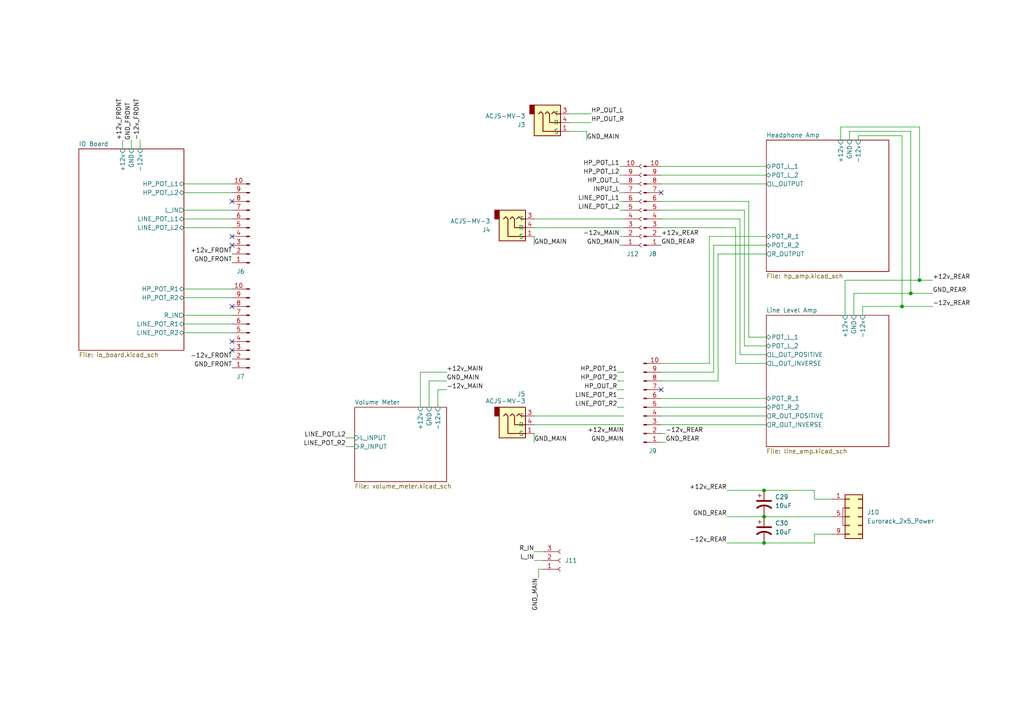
<source format=kicad_sch>
(kicad_sch (version 20230121) (generator eeschema)
  (paper "A4")
  (title_block (title "Output") (date "2024-01-23") (rev "v0.1") (company "Free Modular"))
  (lib_symbols
    (symbol "AudioJack3_1"
      (property "Reference" "J2" (at -7.62 0.635 0))
      (property "Value" "AudioJack3" (at -7.62 -1.905 0))
      (symbol "AudioJack3_1_0_1"
        (rectangle (start -5.08 -5.08) (end -6.35 -2.54) (stroke (width 0.254)) (fill (type outline)))
        (polyline (pts (xy 0 -2.54) (xy 0.635 -3.175) (xy 1.27 -2.54) (xy 2.54 -2.54)) (stroke (width 0.254)))
        (polyline (pts (xy -1.905 -2.54) (xy -1.27 -3.175) (xy -0.635 -2.54) (xy -0.635 0) (xy 2.54 0)) (stroke (width 0.254)))
        (polyline (pts (xy 2.54 2.54) (xy -2.54 2.54) (xy -2.54 -2.54) (xy -3.175 -3.175) (xy -3.81 -2.54)) (stroke (width 0.254)))
        (rectangle (start 2.54 3.81) (end -5.08 -5.08) (stroke (width 0.254)) (fill (type background)))
      )
      (symbol "AudioJack3_1_1_1"
        (pin passive line (at 5.08 2.54 180) (length 2.54) (name "S") (number "1"))
        (pin passive line (at 5.08 -2.54 180) (length 2.54) (name "T") (number "3"))
        (pin passive line (at 5.08 0 180) (length 2.54) (name "R") (number "4"))
      )
    )
    (symbol "Connector:Conn_01x03_Socket" (pin_names (offset 1.016) hide)
      (property "Reference" "J" (at 0 5.08 0))
      (property "Value" "Conn_01x03_Socket" (at 0 -5.08 0))
      (symbol "Conn_01x03_Socket_1_1"
        (arc (start 0 -2.032) (mid -0.5058 -2.54) (end 0 -3.048) (stroke (width 0.1524)))
        (polyline (pts (xy -1.27 -2.54) (xy -0.508 -2.54)) (stroke (width 0.1524)))
        (polyline (pts (xy -1.27 0) (xy -0.508 0)) (stroke (width 0.1524)))
        (polyline (pts (xy -1.27 2.54) (xy -0.508 2.54)) (stroke (width 0.1524)))
        (arc (start 0 0.508) (mid -0.5058 0) (end 0 -0.508) (stroke (width 0.1524)))
        (arc (start 0 3.048) (mid -0.5058 2.54) (end 0 2.032) (stroke (width 0.1524)))
        (pin passive line (at -5.08 2.54 0) (length 3.81) (name "Pin_1") (number "1"))
        (pin passive line (at -5.08 0 0) (length 3.81) (name "Pin_2") (number "2"))
        (pin passive line (at -5.08 -2.54 0) (length 3.81) (name "Pin_3") (number "3"))
      )
    )
    (symbol "Connector:Conn_01x10_Pin" (pin_names (offset 1.016) hide)
      (property "Reference" "J" (at 0 12.7 0))
      (property "Value" "Conn_01x10_Pin" (at 0 -15.24 0))
      (symbol "Conn_01x10_Pin_1_1"
        (polyline (pts (xy 1.27 -12.7) (xy 0.8636 -12.7)) (stroke (width 0.1524)))
        (polyline (pts (xy 1.27 -10.16) (xy 0.8636 -10.16)) (stroke (width 0.1524)))
        (polyline (pts (xy 1.27 -7.62) (xy 0.8636 -7.62)) (stroke (width 0.1524)))
        (polyline (pts (xy 1.27 -5.08) (xy 0.8636 -5.08)) (stroke (width 0.1524)))
        (polyline (pts (xy 1.27 -2.54) (xy 0.8636 -2.54)) (stroke (width 0.1524)))
        (polyline (pts (xy 1.27 0) (xy 0.8636 0)) (stroke (width 0.1524)))
        (polyline (pts (xy 1.27 2.54) (xy 0.8636 2.54)) (stroke (width 0.1524)))
        (polyline (pts (xy 1.27 5.08) (xy 0.8636 5.08)) (stroke (width 0.1524)))
        (polyline (pts (xy 1.27 7.62) (xy 0.8636 7.62)) (stroke (width 0.1524)))
        (polyline (pts (xy 1.27 10.16) (xy 0.8636 10.16)) (stroke (width 0.1524)))
        (rectangle (start 0.8636 -12.573) (end 0 -12.827) (stroke (width 0.1524)) (fill (type outline)))
        (rectangle (start 0.8636 -10.033) (end 0 -10.287) (stroke (width 0.1524)) (fill (type outline)))
        (rectangle (start 0.8636 -7.493) (end 0 -7.747) (stroke (width 0.1524)) (fill (type outline)))
        (rectangle (start 0.8636 -4.953) (end 0 -5.207) (stroke (width 0.1524)) (fill (type outline)))
        (rectangle (start 0.8636 -2.413) (end 0 -2.667) (stroke (width 0.1524)) (fill (type outline)))
        (rectangle (start 0.8636 0.127) (end 0 -0.127) (stroke (width 0.1524)) (fill (type outline)))
        (rectangle (start 0.8636 2.667) (end 0 2.413) (stroke (width 0.1524)) (fill (type outline)))
        (rectangle (start 0.8636 5.207) (end 0 4.953) (stroke (width 0.1524)) (fill (type outline)))
        (rectangle (start 0.8636 7.747) (end 0 7.493) (stroke (width 0.1524)) (fill (type outline)))
        (rectangle (start 0.8636 10.287) (end 0 10.033) (stroke (width 0.1524)) (fill (type outline)))
        (pin passive line (at 5.08 10.16 180) (length 3.81) (name "Pin_1") (number "1"))
        (pin passive line (at 5.08 -12.7 180) (length 3.81) (name "Pin_10") (number "10"))
        (pin passive line (at 5.08 7.62 180) (length 3.81) (name "Pin_2") (number "2"))
        (pin passive line (at 5.08 5.08 180) (length 3.81) (name "Pin_3") (number "3"))
        (pin passive line (at 5.08 2.54 180) (length 3.81) (name "Pin_4") (number "4"))
        (pin passive line (at 5.08 0 180) (length 3.81) (name "Pin_5") (number "5"))
        (pin passive line (at 5.08 -2.54 180) (length 3.81) (name "Pin_6") (number "6"))
        (pin passive line (at 5.08 -5.08 180) (length 3.81) (name "Pin_7") (number "7"))
        (pin passive line (at 5.08 -7.62 180) (length 3.81) (name "Pin_8") (number "8"))
        (pin passive line (at 5.08 -10.16 180) (length 3.81) (name "Pin_9") (number "9"))
      )
    )
    (symbol "Connector:Conn_01x10_Socket" (pin_names (offset 1.016) hide)
      (property "Reference" "J" (at 0 12.7 0))
      (property "Value" "Conn_01x10_Socket" (at 0 -15.24 0))
      (symbol "Conn_01x10_Socket_1_1"
        (arc (start 0 -12.192) (mid -0.5058 -12.7) (end 0 -13.208) (stroke (width 0.1524)))
        (arc (start 0 -9.652) (mid -0.5058 -10.16) (end 0 -10.668) (stroke (width 0.1524)))
        (arc (start 0 -7.112) (mid -0.5058 -7.62) (end 0 -8.128) (stroke (width 0.1524)))
        (arc (start 0 -4.572) (mid -0.5058 -5.08) (end 0 -5.588) (stroke (width 0.1524)))
        (arc (start 0 -2.032) (mid -0.5058 -2.54) (end 0 -3.048) (stroke (width 0.1524)))
        (polyline (pts (xy -1.27 -12.7) (xy -0.508 -12.7)) (stroke (width 0.1524)))
        (polyline (pts (xy -1.27 -10.16) (xy -0.508 -10.16)) (stroke (width 0.1524)))
        (polyline (pts (xy -1.27 -7.62) (xy -0.508 -7.62)) (stroke (width 0.1524)))
        (polyline (pts (xy -1.27 -5.08) (xy -0.508 -5.08)) (stroke (width 0.1524)))
        (polyline (pts (xy -1.27 -2.54) (xy -0.508 -2.54)) (stroke (width 0.1524)))
        (polyline (pts (xy -1.27 0) (xy -0.508 0)) (stroke (width 0.1524)))
        (polyline (pts (xy -1.27 2.54) (xy -0.508 2.54)) (stroke (width 0.1524)))
        (polyline (pts (xy -1.27 5.08) (xy -0.508 5.08)) (stroke (width 0.1524)))
        (polyline (pts (xy -1.27 7.62) (xy -0.508 7.62)) (stroke (width 0.1524)))
        (polyline (pts (xy -1.27 10.16) (xy -0.508 10.16)) (stroke (width 0.1524)))
        (arc (start 0 0.508) (mid -0.5058 0) (end 0 -0.508) (stroke (width 0.1524)))
        (arc (start 0 3.048) (mid -0.5058 2.54) (end 0 2.032) (stroke (width 0.1524)))
        (arc (start 0 5.588) (mid -0.5058 5.08) (end 0 4.572) (stroke (width 0.1524)))
        (arc (start 0 8.128) (mid -0.5058 7.62) (end 0 7.112) (stroke (width 0.1524)))
        (arc (start 0 10.668) (mid -0.5058 10.16) (end 0 9.652) (stroke (width 0.1524)))
        (pin passive line (at -5.08 10.16 0) (length 3.81) (name "Pin_1") (number "1"))
        (pin passive line (at -5.08 -12.7 0) (length 3.81) (name "Pin_10") (number "10"))
        (pin passive line (at -5.08 7.62 0) (length 3.81) (name "Pin_2") (number "2"))
        (pin passive line (at -5.08 5.08 0) (length 3.81) (name "Pin_3") (number "3"))
        (pin passive line (at -5.08 2.54 0) (length 3.81) (name "Pin_4") (number "4"))
        (pin passive line (at -5.08 0 0) (length 3.81) (name "Pin_5") (number "5"))
        (pin passive line (at -5.08 -2.54 0) (length 3.81) (name "Pin_6") (number "6"))
        (pin passive line (at -5.08 -5.08 0) (length 3.81) (name "Pin_7") (number "7"))
        (pin passive line (at -5.08 -7.62 0) (length 3.81) (name "Pin_8") (number "8"))
        (pin passive line (at -5.08 -10.16 0) (length 3.81) (name "Pin_9") (number "9"))
      )
    )
    (symbol "Device:C_Polarized_US" (pin_numbers hide) (pin_names (offset 0.254) hide)
      (property "Reference" "C" (at 0.635 2.54 0))
      (property "Value" "C_Polarized_US" (at 0.635 -2.54 0))
      (symbol "C_Polarized_US_0_1"
        (polyline (pts (xy -2.032 0.762) (xy 2.032 0.762)) (stroke (width 0.508)))
        (polyline (pts (xy -1.778 2.286) (xy -0.762 2.286)))
        (polyline (pts (xy -1.27 1.778) (xy -1.27 2.794)))
        (arc (start 2.032 -1.27) (mid 0 -0.5572) (end -2.032 -1.27) (stroke (width 0.508)))
      )
      (symbol "C_Polarized_US_1_1"
        (pin passive line (at 0 3.81 270) (length 2.794) (name "~") (number "1"))
        (pin passive line (at 0 -3.81 90) (length 3.302) (name "~") (number "2"))
      )
    )
    (symbol "FreeModular:Eurorack_2x5_Power" (pin_names (offset 1.016) hide)
      (property "Reference" "J7" (at 5.08 0 0))
      (property "Value" "Eurorack_2x5_Power" (at 5.08 -2.54 0))
      (symbol "Eurorack_2x5_Power_0_1"
        (polyline (pts (xy -1.27 5.08) (xy -1.905 5.08) (xy -1.905 0) (xy -1.27 0)))
      )
      (symbol "Eurorack_2x5_Power_1_1"
        (rectangle (start -1.27 -2.413) (end 0 -2.667) (stroke (width 0.1524)))
        (rectangle (start -1.27 0.127) (end 0 -0.127) (stroke (width 0.1524)))
        (rectangle (start -1.27 2.667) (end 0 2.413) (stroke (width 0.1524)))
        (rectangle (start -1.27 5.207) (end 0 4.953) (stroke (width 0.1524)))
        (rectangle (start -1.27 7.747) (end 0 7.493) (stroke (width 0.1524)))
        (rectangle (start -1.27 8.89) (end 3.81 -3.81) (stroke (width 0.254)) (fill (type background)))
        (rectangle (start 3.81 -2.413) (end 2.54 -2.667) (stroke (width 0.1524)))
        (rectangle (start 3.81 0.127) (end 2.54 -0.127) (stroke (width 0.1524)))
        (rectangle (start 3.81 2.667) (end 2.54 2.413) (stroke (width 0.1524)))
        (rectangle (start 3.81 5.207) (end 2.54 4.953) (stroke (width 0.1524)))
        (rectangle (start 3.81 7.747) (end 2.54 7.493) (stroke (width 0.1524)))
        (pin power_out line (at -5.08 7.62 0) (length 3.81) (name "-12v") (number "1"))
        (pin passive line (at -5.08 -2.54 0) (length 3.81) hide (name "+12v") (number "10"))
        (pin passive line (at -5.08 7.62 0) (length 3.81) hide (name "-12v") (number "2"))
        (pin passive line (at -5.08 2.54 0) (length 3.81) hide (name "GND") (number "3"))
        (pin passive line (at -5.08 2.54 0) (length 3.81) hide (name "GND") (number "4"))
        (pin passive line (at -5.08 2.54 0) (length 3.81) (name "GND") (number "5"))
        (pin passive line (at -5.08 2.54 0) (length 3.81) hide (name "GND") (number "6"))
        (pin passive line (at -5.08 2.54 0) (length 3.81) hide (name "GND") (number "7"))
        (pin passive line (at -5.08 2.54 0) (length 3.81) hide (name "GND") (number "8"))
        (pin power_out line (at -5.08 -2.54 0) (length 3.81) (name "+12v") (number "9"))
      )
    )
  )
  (junction (at 264.16 85.09))
  (junction (at 266.7 81.28))
  (junction (at 221.615 149.86))
  (junction (at 221.615 142.24))
  (junction (at 221.615 157.48))
  (junction (at 261.62 88.9))
  (no_connect (at 191.77 55.88))
  (no_connect (at 67.31 99.06))
  (no_connect (at 191.77 113.03))
  (no_connect (at 67.31 101.6))
  (no_connect (at 67.31 71.12))
  (no_connect (at 67.31 68.58))
  (no_connect (at 67.31 58.42))
  (no_connect (at 67.31 88.9))
  (wire (pts (xy 154.94 66.04) (xy 180.975 66.04)))
  (wire (pts (xy 53.34 66.04) (xy 67.31 66.04)))
  (wire (pts (xy 247.65 91.44) (xy 247.65 85.09)))
  (wire (pts (xy 221.615 149.86) (xy 241.3 149.86)))
  (wire (pts (xy 179.07 113.03) (xy 180.975 113.03)))
  (wire (pts (xy 179.705 71.12) (xy 180.975 71.12)))
  (wire (pts (xy 266.7 81.28) (xy 266.7 36.83)))
  (wire (pts (xy 221.615 142.24) (xy 236.22 142.24)))
  (wire (pts (xy 264.16 85.09) (xy 270.51 85.09)))
  (wire (pts (xy 264.16 38.1) (xy 264.16 85.09)))
  (wire (pts (xy 246.38 38.1) (xy 264.16 38.1)))
  (wire (pts (xy 207.01 107.95) (xy 191.77 107.95)))
  (wire (pts (xy 243.84 36.83) (xy 243.84 40.64)))
  (wire (pts (xy 170.18 38.1) (xy 170.18 40.64)))
  (wire (pts (xy 53.34 53.34) (xy 67.31 53.34)))
  (wire (pts (xy 222.25 102.87) (xy 214.63 102.87)))
  (wire (pts (xy 100.33 129.54) (xy 102.87 129.54)))
  (wire (pts (xy 179.07 107.95) (xy 180.975 107.95)))
  (wire (pts (xy 170.18 38.1) (xy 165.1 38.1)))
  (wire (pts (xy 207.01 71.12) (xy 222.25 71.12)))
  (wire (pts (xy 165.1 35.56) (xy 171.45 35.56)))
  (wire (pts (xy 157.48 160.02) (xy 154.94 160.02)))
  (wire (pts (xy 124.46 118.11) (xy 124.46 110.49)))
  (wire (pts (xy 207.01 71.12) (xy 207.01 107.95)))
  (wire (pts (xy 246.38 40.64) (xy 246.38 38.1)))
  (wire (pts (xy 154.94 63.5) (xy 180.975 63.5)))
  (wire (pts (xy 124.46 110.49) (xy 129.54 110.49)))
  (wire (pts (xy 210.82 157.48) (xy 221.615 157.48)))
  (wire (pts (xy 266.7 36.83) (xy 243.84 36.83)))
  (wire (pts (xy 127 118.11) (xy 127 113.03)))
  (wire (pts (xy 35.56 40.64) (xy 35.56 43.18)))
  (wire (pts (xy 205.74 68.58) (xy 222.25 68.58)))
  (wire (pts (xy 121.92 107.95) (xy 129.54 107.95)))
  (wire (pts (xy 127 113.03) (xy 129.54 113.03)))
  (wire (pts (xy 247.65 85.09) (xy 264.16 85.09)))
  (wire (pts (xy 179.07 110.49) (xy 180.975 110.49)))
  (wire (pts (xy 191.77 58.42) (xy 217.17 58.42)))
  (wire (pts (xy 191.77 60.96) (xy 215.9 60.96)))
  (wire (pts (xy 191.77 63.5) (xy 214.63 63.5)))
  (wire (pts (xy 100.33 127) (xy 102.87 127)))
  (wire (pts (xy 222.25 100.33) (xy 215.9 100.33)))
  (wire (pts (xy 179.705 55.88) (xy 180.975 55.88)))
  (wire (pts (xy 179.705 58.42) (xy 180.975 58.42)))
  (wire (pts (xy 266.7 81.28) (xy 270.51 81.28)))
  (wire (pts (xy 191.77 128.27) (xy 193.04 128.27)))
  (wire (pts (xy 245.11 81.28) (xy 266.7 81.28)))
  (wire (pts (xy 205.74 68.58) (xy 205.74 105.41)))
  (wire (pts (xy 53.34 96.52) (xy 67.31 96.52)))
  (wire (pts (xy 154.94 120.65) (xy 180.975 120.65)))
  (wire (pts (xy 53.34 83.82) (xy 67.31 83.82)))
  (wire (pts (xy 154.94 68.58) (xy 154.94 71.12)))
  (wire (pts (xy 222.25 105.41) (xy 213.36 105.41)))
  (wire (pts (xy 215.9 100.33) (xy 215.9 60.96)))
  (wire (pts (xy 191.77 110.49) (xy 208.28 110.49)))
  (wire (pts (xy 214.63 63.5) (xy 214.63 102.87)))
  (wire (pts (xy 179.705 53.34) (xy 180.975 53.34)))
  (wire (pts (xy 191.77 120.65) (xy 222.25 120.65)))
  (wire (pts (xy 221.615 157.48) (xy 236.22 157.48)))
  (wire (pts (xy 53.34 93.98) (xy 67.31 93.98)))
  (wire (pts (xy 261.62 88.9) (xy 261.62 39.37)))
  (wire (pts (xy 213.36 66.04) (xy 213.36 105.41)))
  (wire (pts (xy 250.19 91.44) (xy 250.19 88.9)))
  (wire (pts (xy 236.22 142.24) (xy 236.22 144.78)))
  (wire (pts (xy 210.82 142.24) (xy 221.615 142.24)))
  (wire (pts (xy 245.11 91.44) (xy 245.11 81.28)))
  (wire (pts (xy 191.77 118.11) (xy 222.25 118.11)))
  (wire (pts (xy 191.77 66.04) (xy 213.36 66.04)))
  (wire (pts (xy 236.22 154.94) (xy 241.3 154.94)))
  (wire (pts (xy 165.1 33.02) (xy 171.45 33.02)))
  (wire (pts (xy 261.62 88.9) (xy 270.51 88.9)))
  (wire (pts (xy 53.34 63.5) (xy 67.31 63.5)))
  (wire (pts (xy 191.77 48.26) (xy 222.25 48.26)))
  (wire (pts (xy 40.64 40.64) (xy 40.64 43.18)))
  (wire (pts (xy 179.07 118.11) (xy 180.975 118.11)))
  (wire (pts (xy 179.705 60.96) (xy 180.975 60.96)))
  (wire (pts (xy 191.77 50.8) (xy 222.25 50.8)))
  (wire (pts (xy 222.25 73.66) (xy 208.28 73.66)))
  (wire (pts (xy 191.77 115.57) (xy 222.25 115.57)))
  (wire (pts (xy 179.705 50.8) (xy 180.975 50.8)))
  (wire (pts (xy 156.21 167.64) (xy 156.21 165.1)))
  (wire (pts (xy 208.28 73.66) (xy 208.28 110.49)))
  (wire (pts (xy 217.17 97.79) (xy 217.17 58.42)))
  (wire (pts (xy 250.19 88.9) (xy 261.62 88.9)))
  (wire (pts (xy 191.77 125.73) (xy 193.04 125.73)))
  (wire (pts (xy 179.07 115.57) (xy 180.975 115.57)))
  (wire (pts (xy 191.77 123.19) (xy 222.25 123.19)))
  (wire (pts (xy 179.705 68.58) (xy 180.975 68.58)))
  (wire (pts (xy 53.34 55.88) (xy 67.31 55.88)))
  (wire (pts (xy 38.1 40.64) (xy 38.1 43.18)))
  (wire (pts (xy 236.22 144.78) (xy 241.3 144.78)))
  (wire (pts (xy 261.62 39.37) (xy 248.92 39.37)))
  (wire (pts (xy 154.94 125.73) (xy 154.94 128.27)))
  (wire (pts (xy 179.705 48.26) (xy 180.975 48.26)))
  (wire (pts (xy 222.25 97.79) (xy 217.17 97.79)))
  (wire (pts (xy 154.94 162.56) (xy 157.48 162.56)))
  (wire (pts (xy 191.77 105.41) (xy 205.74 105.41)))
  (wire (pts (xy 156.21 165.1) (xy 157.48 165.1)))
  (wire (pts (xy 121.92 118.11) (xy 121.92 107.95)))
  (wire (pts (xy 53.34 91.44) (xy 67.31 91.44)))
  (wire (pts (xy 191.77 53.34) (xy 222.25 53.34)))
  (wire (pts (xy 248.92 39.37) (xy 248.92 40.64)))
  (wire (pts (xy 53.34 86.36) (xy 67.31 86.36)))
  (wire (pts (xy 154.94 123.19) (xy 180.975 123.19)))
  (wire (pts (xy 210.82 149.86) (xy 221.615 149.86)))
  (wire (pts (xy 236.22 157.48) (xy 236.22 154.94)))
  (wire (pts (xy 53.34 60.96) (xy 67.31 60.96)))
  (label "HP_POT_R1" (at 179.07 107.95 180))
  (label "GND_REAR" (at 191.77 71.12 0))
  (label "-12v_FRONT" (at 67.31 104.14 180))
  (label "GND_FRONT" (at 67.31 106.68 180))
  (label "HP_OUT_L" (at 179.705 53.34 180))
  (label "HP_OUT_R" (at 179.07 113.03 180))
  (label "LINE_POT_L2" (at 100.33 127 180))
  (label "+12v_MAIN" (at 129.54 107.95 0))
  (label "+12v_REAR" (at 270.51 81.28 0))
  (label "-12v_REAR" (at 193.04 125.73 0))
  (label "GND_MAIN" (at 154.94 128.27 0))
  (label "GND_MAIN" (at 179.705 71.12 180))
  (label "+12v_REAR" (at 210.82 142.24 180))
  (label "GND_MAIN" (at 154.94 71.12 0))
  (label "INPUT_L" (at 179.705 55.88 180))
  (label "-12v_REAR" (at 210.82 157.48 180))
  (label "HP_OUT_R" (at 171.45 35.56 0))
  (label "HP_POT_L2" (at 179.705 50.8 180))
  (label "GND_FRONT" (at 38.1 40.64 90))
  (label "L_IN" (at 154.94 162.56 180))
  (label "GND_MAIN" (at 180.975 128.27 180))
  (label "HP_OUT_L" (at 171.45 33.02 0))
  (label "-12v_REAR" (at 270.51 88.9 0))
  (label "HP_POT_L1" (at 179.705 48.26 180))
  (label "+12v_REAR" (at 191.77 68.58 0))
  (label "HP_POT_R2" (at 179.07 110.49 180))
  (label "+12v_MAIN" (at 180.975 125.73 180))
  (label "LINE_POT_R2" (at 100.33 129.54 180))
  (label "GND_REAR" (at 210.82 149.86 180))
  (label "GND_FRONT" (at 67.31 76.2 180))
  (label "GND_MAIN" (at 170.18 40.64 0))
  (label "+12v_FRONT" (at 67.31 73.66 180))
  (label "-12v_MAIN" (at 129.54 113.03 0))
  (label "GND_REAR" (at 193.04 128.27 0))
  (label "GND_MAIN" (at 156.21 167.64 270))
  (label "LINE_POT_L2" (at 179.705 60.96 180))
  (label "-12v_MAIN" (at 179.705 68.58 180))
  (label "LINE_POT_R1" (at 179.07 115.57 180))
  (label "+12v_FRONT" (at 35.56 40.64 90))
  (label "R_IN" (at 154.94 160.02 180))
  (label "GND_REAR" (at 270.51 85.09 0))
  (label "-12v_FRONT" (at 40.64 40.64 90))
  (label "LINE_POT_R2" (at 179.07 118.11 180))
  (label "LINE_POT_L1" (at 179.705 58.42 180))
  (label "GND_MAIN" (at 129.54 110.49 0))
  (symbol (lib_name "AudioJack3_1") (lib_id "Connector_Audio:AudioJack3") (at 160.02 35.56 0) (mirror x) (unit 1)
    (property "Reference" "J3" (at 152.4 36.195 0) (effects (justify right)))
    (property "Value" "ACJS-MV-3" (at 152.4 33.655 0) (effects (justify right)))
    (property "Footprint" "FreeModualr:Jack_6.35mm_ACJS-MV" (effects hide))
    (property "Datasheet" "https://www.amphenol-sine.com/pdf/datasheet/ACJS-MV-3.pdf" (effects hide))
  )
  (symbol (lib_name "AudioJack3_1") (lib_id "Connector_Audio:AudioJack3") (at 149.86 66.04 0) (mirror x) (unit 1)
    (property "Reference" "J4" (at 142.24 66.675 0) (effects (justify right)))
    (property "Value" "ACJS-MV-3" (at 142.24 64.135 0) (effects (justify right)))
    (property "Footprint" "FreeModualr:Jack_6.35mm_ACJS-MV" (effects hide))
    (property "Datasheet" "https://www.amphenol-sine.com/pdf/datasheet/ACJS-MV-3.pdf" (effects hide))
  )
  (symbol (lib_id "Device:C_Polarized_US") (at 221.615 153.67 0) (unit 1)
    (property "Reference" "C30" (at 224.79 151.765 0) (effects (justify left)))
    (property "Value" "10uF" (at 224.79 154.305 0) (effects (justify left)))
    (property "Footprint" "Capacitor_THT:CP_Radial_D4.0mm_P1.50mm" (effects hide))
  )
  (symbol (lib_id "Connector:Conn_01x10_Pin") (at 72.39 96.52 180) (unit 1)
    (property "Reference" "J7" (at 68.58 109.22 0) (effects (justify right)))
    (property "Value" "Conn_01x10_Pin" (effects hide))
    (property "Footprint" "Connector_PinHeader_2.54mm:PinHeader_1x10_P2.54mm_Vertical" (effects hide))
  )
  (symbol (lib_id "Connector:Conn_01x03_Socket") (at 162.56 162.56 0) (mirror x) (unit 1)
    (property "Reference" "J11" (at 163.83 162.56 0) (effects (justify left)))
    (property "Value" "Conn_01x03_Socket" (effects hide))
    (property "Footprint" "Connector_PinHeader_2.54mm:PinHeader_1x03_P2.54mm_Vertical" (effects hide))
  )
  (symbol (lib_id "Device:C_Polarized_US") (at 221.615 146.05 0) (unit 1)
    (property "Reference" "C29" (at 224.79 144.145 0) (effects (justify left)))
    (property "Value" "10uF" (at 224.79 146.685 0) (effects (justify left)))
    (property "Footprint" "Capacitor_THT:CP_Radial_D4.0mm_P1.50mm" (effects hide))
  )
  (symbol (lib_id "Connector:Conn_01x10_Pin") (at 186.69 60.96 0) (mirror x) (unit 1)
    (property "Reference" "J8" (at 190.5 73.66 0) (effects (justify right)))
    (property "Value" "Conn_01x10_Pin" (effects hide))
    (property "Footprint" "Connector_PinHeader_2.54mm:PinHeader_1x10_P2.54mm_Vertical" (effects hide))
  )
  (symbol (lib_id "FreeModular:Eurorack_2x5_Power") (at 246.38 152.4 0) (unit 1)
    (property "Reference" "J10" (at 251.46 148.59 0) (effects (justify left)))
    (property "Value" "Eurorack_2x5_Power" (at 251.46 151.13 0) (effects (justify left)))
    (property "Footprint" "Connector_IDC:IDC-Header_2x05_P2.54mm_Vertical" (effects hide))
  )
  (symbol (lib_id "Connector:Conn_01x10_Pin") (at 72.39 66.04 180) (unit 1)
    (property "Reference" "J6" (at 68.58 78.74 0) (effects (justify right)))
    (property "Value" "Conn_01x10_Pin" (effects hide))
    (property "Footprint" "Connector_PinHeader_2.54mm:PinHeader_1x10_P2.54mm_Vertical" (effects hide))
  )
  (symbol (lib_id "Connector:Conn_01x10_Socket") (at 186.055 60.96 0) (mirror x) (unit 1)
    (property "Reference" "J12" (at 183.515 73.66 0))
    (property "Value" "Conn_01x10_Socket" (effects hide))
  )
  (symbol (lib_id "Connector:Conn_01x10_Pin") (at 186.69 118.11 0) (mirror x) (unit 1)
    (property "Reference" "J9" (at 190.5 130.81 0) (effects (justify right)))
    (property "Value" "Conn_01x10_Pin" (effects hide))
    (property "Footprint" "Connector_PinHeader_2.54mm:PinHeader_1x10_P2.54mm_Vertical" (effects hide))
  )
  (symbol (lib_name "AudioJack3_1") (lib_id "Connector_Audio:AudioJack3") (at 149.86 123.19 0) (mirror x) (unit 1)
    (property "Reference" "J5" (at 152.4 114.3 0) (effects (justify right)))
    (property "Value" "ACJS-MV-3" (at 152.4558 116.3292 0) (effects (justify right)))
    (property "Footprint" "FreeModualr:Jack_6.35mm_ACJS-MV" (effects hide))
    (property "Datasheet" "https://www.amphenol-sine.com/pdf/datasheet/ACJS-MV-3.pdf" (effects hide))
  )
  (sheet (at 222.25 91.44) (size 35.56 38.1) (stroke (width 0.1524))
    (property "Sheetname" "Line Level Amp" (at 222.25 90.7284 0) (effects (justify left bottom)))
    (property "Sheetfile" "line_amp.kicad_sch" (at 222.25 130.1246 0) (effects (justify left top)))
    (pin "R_OUT_POSITIVE" output (at 222.25 120.65 180))
    (pin "L_OUT_POSITIVE" output (at 222.25 102.87 180))
    (pin "R_OUT_INVERSE" output (at 222.25 123.19 180))
    (pin "POT_R_1" bidirectional (at 222.25 115.57 180))
    (pin "POT_R_2" bidirectional (at 222.25 118.11 180))
    (pin "L_OUT_INVERSE" output (at 222.25 105.41 180))
    (pin "POT_L_1" bidirectional (at 222.25 97.79 180))
    (pin "POT_L_2" bidirectional (at 222.25 100.33 180))
    (pin "GND" input (at 247.65 91.44 90))
    (pin "+12v" input (at 245.11 91.44 90))
    (pin "-12v" input (at 250.19 91.44 90))
  )
  (sheet (at 102.87 118.11) (size 26.67 21.59) (stroke (width 0.1524))
    (property "Sheetname" "Volume Meter" (at 102.87 117.3984 0) (effects (justify left bottom)))
    (property "Sheetfile" "volume_meter.kicad_sch" (at 102.87 140.2846 0) (effects (justify left top)))
    (pin "L_INPUT" input (at 102.87 127 180))
    (pin "R_INPUT" input (at 102.87 129.54 180))
    (pin "-12v" input (at 127 118.11 90))
    (pin "+12v" input (at 121.92 118.11 90))
    (pin "GND" input (at 124.46 118.11 90))
  )
  (sheet (at 22.86 43.18) (size 30.48 58.42) (stroke (width 0.1524))
    (property "Sheetname" "IO Board" (at 22.86 42.4684 0) (effects (justify left bottom)))
    (property "Sheetfile" "io_board.kicad_sch" (at 22.86 102.1846 0) (effects (justify left top)))
    (pin "LINE_POT_L1" bidirectional (at 53.34 63.5 0))
    (pin "LINE_POT_R1" bidirectional (at 53.34 93.98 0))
    (pin "LINE_POT_L2" bidirectional (at 53.34 66.04 0))
    (pin "LINE_POT_R2" bidirectional (at 53.34 96.52 0))
    (pin "HP_POT_L2" bidirectional (at 53.34 55.88 0))
    (pin "HP_POT_L1" bidirectional (at 53.34 53.34 0))
    (pin "HP_POT_R2" bidirectional (at 53.34 86.36 0))
    (pin "HP_POT_R1" bidirectional (at 53.34 83.82 0))
    (pin "L_IN" output (at 53.34 60.96 0))
    (pin "R_IN" output (at 53.34 91.44 0))
    (pin "GND" input (at 38.1 43.18 90))
    (pin "-12v" input (at 40.64 43.18 90))
    (pin "+12v" input (at 35.56 43.18 90))
  )
  (sheet (at 222.25 40.64) (size 35.56 38.1) (stroke (width 0.1524))
    (property "Sheetname" "Headphone Amp" (at 222.25 39.9284 0) (effects (justify left bottom)))
    (property "Sheetfile" "hp_amp.kicad_sch" (at 222.25 79.3246 0) (effects (justify left top)))
    (pin "R_OUTPUT" output (at 222.25 73.66 180))
    (pin "L_OUTPUT" output (at 222.25 53.34 180))
    (pin "POT_R_1" bidirectional (at 222.25 68.58 180))
    (pin "POT_R_2" bidirectional (at 222.25 71.12 180))
    (pin "POT_L_2" bidirectional (at 222.25 50.8 180))
    (pin "POT_L_1" bidirectional (at 222.25 48.26 180))
    (pin "+12v" input (at 243.84 40.64 90))
    (pin "-12v" input (at 248.92 40.64 90))
    (pin "GND" input (at 246.38 40.64 90))
  )
)
</source>
